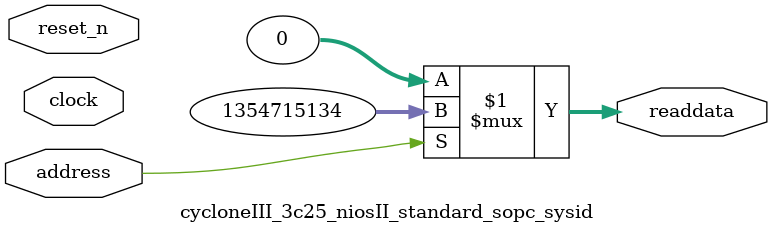
<source format=v>

`timescale 1ns / 1ps
// synthesis translate_on

// turn off superfluous verilog processor warnings 
// altera message_level Level1 
// altera message_off 10034 10035 10036 10037 10230 10240 10030 

module cycloneIII_3c25_niosII_standard_sopc_sysid (
               // inputs:
                address,
                clock,
                reset_n,

               // outputs:
                readdata
             )
;

  output  [ 31: 0] readdata;
  input            address;
  input            clock;
  input            reset_n;

  wire    [ 31: 0] readdata;
  //control_slave, which is an e_avalon_slave
  assign readdata = address ? 1354715134 : 0;

endmodule




</source>
